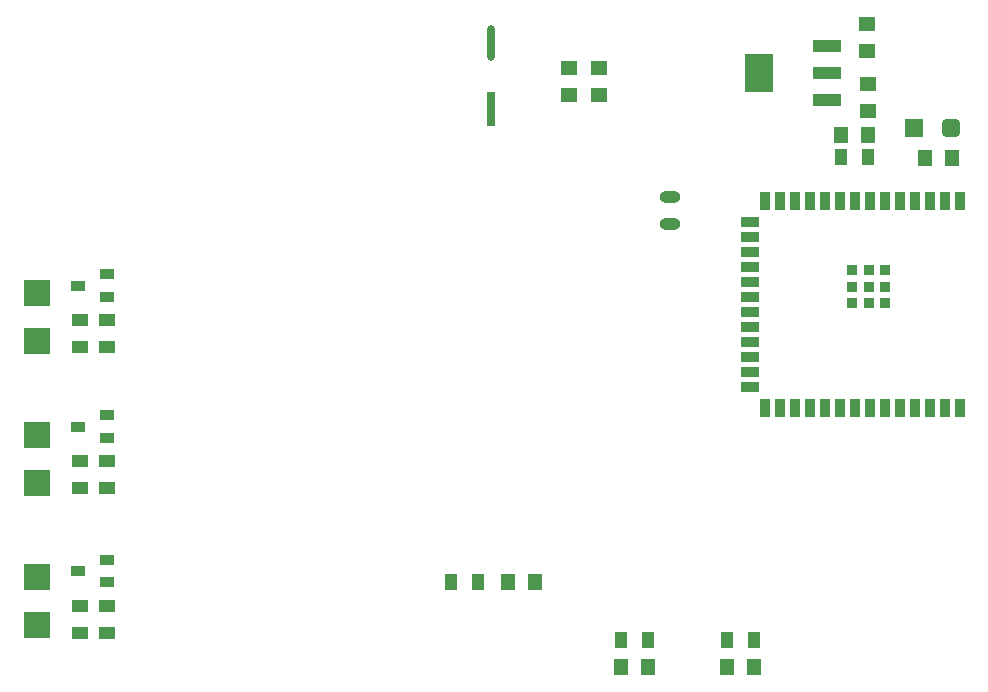
<source format=gtp>
G04*
G04 #@! TF.GenerationSoftware,Altium Limited,Altium Designer,21.2.1 (34)*
G04*
G04 Layer_Color=8421504*
%FSTAX24Y24*%
%MOIN*%
G70*
G04*
G04 #@! TF.SameCoordinates,05E74B49-6C64-4D2F-80AE-A4148A6602C0*
G04*
G04*
G04 #@! TF.FilePolarity,Positive*
G04*
G01*
G75*
%ADD18O,0.0700X0.0400*%
%ADD19O,0.0276X0.1181*%
%ADD20R,0.0276X0.1181*%
%ADD21R,0.0550X0.0500*%
%ADD22R,0.0600X0.0600*%
G04:AMPARAMS|DCode=23|XSize=60mil|YSize=60mil|CornerRadius=15mil|HoleSize=0mil|Usage=FLASHONLY|Rotation=0.000|XOffset=0mil|YOffset=0mil|HoleType=Round|Shape=RoundedRectangle|*
%AMROUNDEDRECTD23*
21,1,0.0600,0.0300,0,0,0.0*
21,1,0.0300,0.0600,0,0,0.0*
1,1,0.0300,0.0150,-0.0150*
1,1,0.0300,-0.0150,-0.0150*
1,1,0.0300,-0.0150,0.0150*
1,1,0.0300,0.0150,0.0150*
%
%ADD23ROUNDEDRECTD23*%
%ADD24R,0.0500X0.0550*%
%ADD25R,0.0394X0.0550*%
%ADD26R,0.0472X0.0335*%
%ADD27R,0.0591X0.0354*%
%ADD28R,0.0354X0.0591*%
%ADD29R,0.0354X0.0354*%
%ADD30R,0.0945X0.1299*%
%ADD31R,0.0945X0.0394*%
%ADD32R,0.0550X0.0394*%
%ADD33R,0.0906X0.0900*%
D18*
X052782Y024606D02*
D03*
Y025512D02*
D03*
D19*
X046797Y030665D02*
D03*
D20*
Y028465D02*
D03*
D21*
X049396Y02892D02*
D03*
Y02982D02*
D03*
X050419D02*
D03*
Y02892D02*
D03*
X059372Y028394D02*
D03*
Y029294D02*
D03*
X059356Y030377D02*
D03*
Y031277D02*
D03*
D22*
X060892Y027835D02*
D03*
D23*
X062152D02*
D03*
D24*
X059373Y027598D02*
D03*
X058473D02*
D03*
X055577Y009843D02*
D03*
X054677D02*
D03*
X048274Y01269D02*
D03*
X047374D02*
D03*
X051132Y009865D02*
D03*
X052031D02*
D03*
X062168Y026811D02*
D03*
X061269D02*
D03*
D25*
X054682Y010765D02*
D03*
X055582D02*
D03*
X052032D02*
D03*
X051132D02*
D03*
X059373Y02685D02*
D03*
X058473D02*
D03*
X045474Y01269D02*
D03*
X046374D02*
D03*
D26*
X034012Y018243D02*
D03*
X03401Y017485D02*
D03*
X033028Y017857D02*
D03*
X033028Y013041D02*
D03*
X03401Y012669D02*
D03*
X034012Y013427D02*
D03*
X033028Y022568D02*
D03*
X03401Y022196D02*
D03*
X034012Y022954D02*
D03*
D27*
X055443Y019179D02*
D03*
Y019679D02*
D03*
Y020179D02*
D03*
Y020679D02*
D03*
Y021179D02*
D03*
Y021679D02*
D03*
Y022179D02*
D03*
Y022679D02*
D03*
Y023179D02*
D03*
Y023679D02*
D03*
Y024179D02*
D03*
Y024679D02*
D03*
D28*
X062435Y018484D02*
D03*
X061935D02*
D03*
X061435D02*
D03*
X060935D02*
D03*
X060435D02*
D03*
X059935D02*
D03*
X059435D02*
D03*
X058935D02*
D03*
X058435D02*
D03*
X057935D02*
D03*
X057435D02*
D03*
X056935D02*
D03*
X056435D02*
D03*
X055935D02*
D03*
Y025374D02*
D03*
X056435D02*
D03*
X056935D02*
D03*
X057435D02*
D03*
X057935D02*
D03*
X058435D02*
D03*
X058935D02*
D03*
X059435D02*
D03*
X059935D02*
D03*
X060435D02*
D03*
X060935D02*
D03*
X061435D02*
D03*
X061935D02*
D03*
X062435D02*
D03*
D29*
X059947Y021969D02*
D03*
Y02252D02*
D03*
Y023071D02*
D03*
X058844Y021969D02*
D03*
Y02252D02*
D03*
Y023071D02*
D03*
X059396Y021969D02*
D03*
Y023071D02*
D03*
Y02252D02*
D03*
D30*
X05573Y029644D02*
D03*
D31*
X058013Y03055D02*
D03*
Y029644D02*
D03*
Y028739D02*
D03*
D32*
X03312Y010989D02*
D03*
Y011889D02*
D03*
X03402Y010989D02*
D03*
Y011889D02*
D03*
X03312Y020516D02*
D03*
Y021416D02*
D03*
X03402Y020516D02*
D03*
Y021416D02*
D03*
Y015805D02*
D03*
Y016705D02*
D03*
X03312Y015805D02*
D03*
Y016705D02*
D03*
D33*
X031679Y012847D02*
D03*
Y011247D02*
D03*
Y022335D02*
D03*
Y020735D02*
D03*
Y017591D02*
D03*
Y015991D02*
D03*
M02*

</source>
